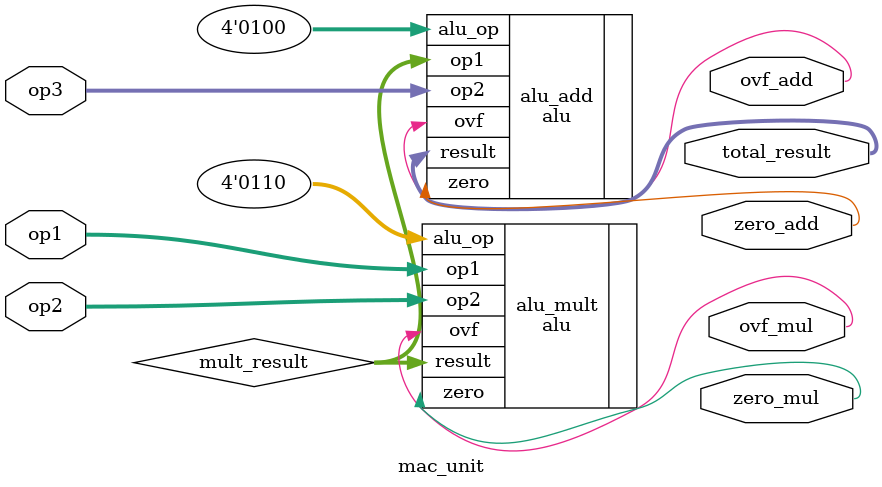
<source format=v>

module mac_unit (
    input  wire [31:0] op1,          // Πρώτη είσοδος (πολλαπλασιαστέος)
    input  wire [31:0] op2,          // Δεύτερη είσοδος (πολλαπλασιαστής/βάρος)
    input  wire [31:0] op3,          // Τρίτη είσοδος (πόλωση/bias)
    output wire [31:0] total_result, // Τελικό αποτέλεσμα MAC
    output wire        zero_mul,     // Ενεργό αν αποτέλεσμα πολ/σμού = 0
    output wire        zero_add,     // Ενεργό αν αποτέλεσμα πρόσθεσης = 0
    output wire        ovf_mul,      // Ενεργό αν υπερχείλιση στον πολ/σμό
    output wire        ovf_add       // Ενεργό αν υπερχείλιση στην πρόσθεση
);

    //--------------------------------------------------------------------------
    // Σταθερές για κωδικούς λειτουργίας ALU
    //--------------------------------------------------------------------------
    localparam [3:0] ALUOP_MULT = 4'b0110;  // Πολλαπλασιασμός
    localparam [3:0] ALUOP_ADD  = 4'b0100;  // Πρόσθεση

    //--------------------------------------------------------------------------
    // Ενδιάμεσα σήματα
    //--------------------------------------------------------------------------
    wire [31:0] mult_result;  // Αποτέλεσμα πολλαπλασιασμού

    //--------------------------------------------------------------------------
    // ALU 1: Πολλαπλασιασμός (op1 * op2)
    //--------------------------------------------------------------------------
    alu alu_mult (
        .op1    (op1),
        .op2    (op2),
        .alu_op (ALUOP_MULT),
        .zero   (zero_mul),
        .result (mult_result),
        .ovf    (ovf_mul)
    );

    //--------------------------------------------------------------------------
    // ALU 2: Πρόσθεση (mult_result + op3)
    //--------------------------------------------------------------------------
    alu alu_add (
        .op1    (mult_result),
        .op2    (op3),
        .alu_op (ALUOP_ADD),
        .zero   (zero_add),
        .result (total_result),
        .ovf    (ovf_add)
    );

endmodule

</source>
